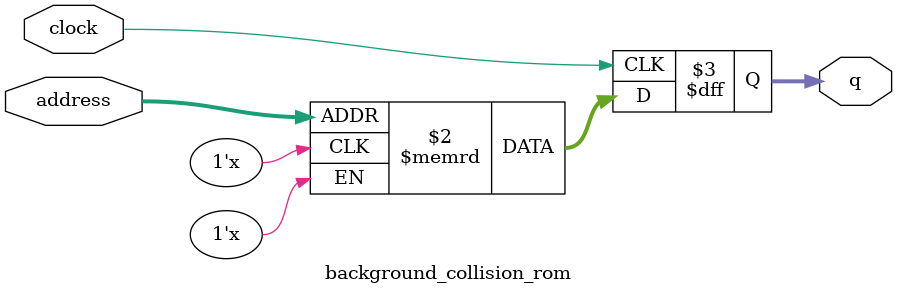
<source format=sv>
module background_collision_rom (
	input logic clock,
	input logic [17:0] address,
	output logic [3:0] q
);

logic [3:0] memory [0:249999] /* synthesis ram_init_file = "./background_collision/background_collision.mif" */;

always_ff @ (posedge clock) begin
	q <= memory[address];
end

endmodule

</source>
